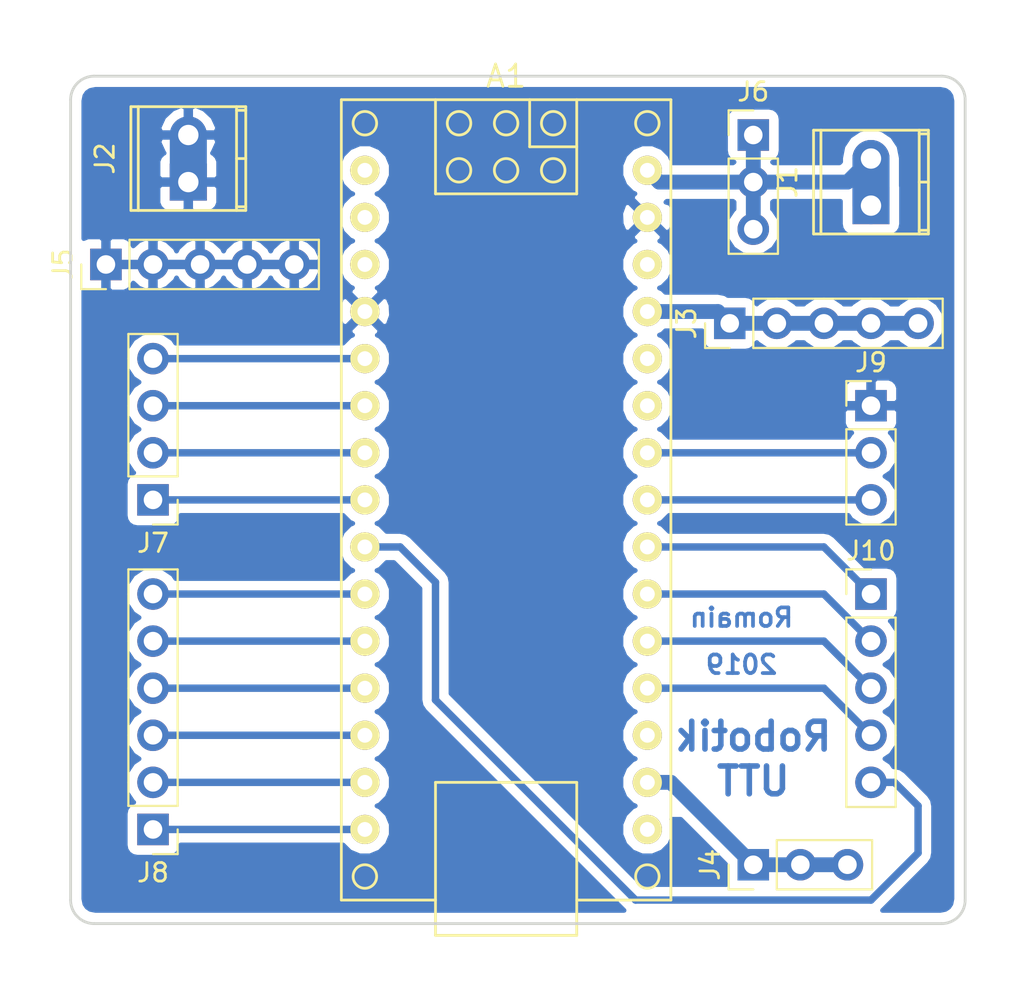
<source format=kicad_pcb>
(kicad_pcb (version 4) (host pcbnew 4.0.7-e2-6376~61~ubuntu18.04.1)

  (general
    (links 39)
    (no_connects 2)
    (area 93.269999 76.759999 141.680001 122.630001)
    (thickness 1.6)
    (drawings 11)
    (tracks 45)
    (zones 0)
    (modules 11)
    (nets 29)
  )

  (page A4)
  (layers
    (0 F.Cu signal)
    (31 B.Cu signal)
    (32 B.Adhes user)
    (33 F.Adhes user)
    (34 B.Paste user)
    (35 F.Paste user)
    (36 B.SilkS user)
    (37 F.SilkS user)
    (38 B.Mask user)
    (39 F.Mask user)
    (40 Dwgs.User user)
    (41 Cmts.User user)
    (42 Eco1.User user)
    (43 Eco2.User user)
    (44 Edge.Cuts user)
    (45 Margin user)
    (46 B.CrtYd user)
    (47 F.CrtYd user)
    (48 B.Fab user)
    (49 F.Fab user)
  )

  (setup
    (last_trace_width 0.8)
    (trace_clearance 0.2)
    (zone_clearance 0.508)
    (zone_45_only no)
    (trace_min 0.2)
    (segment_width 0.2)
    (edge_width 0.15)
    (via_size 0.6)
    (via_drill 0.4)
    (via_min_size 0.4)
    (via_min_drill 0.3)
    (uvia_size 0.3)
    (uvia_drill 0.1)
    (uvias_allowed no)
    (uvia_min_size 0.2)
    (uvia_min_drill 0.1)
    (pcb_text_width 0.3)
    (pcb_text_size 1.5 1.5)
    (mod_edge_width 0.15)
    (mod_text_size 1 1)
    (mod_text_width 0.15)
    (pad_size 1.524 1.524)
    (pad_drill 0.762)
    (pad_to_mask_clearance 0.2)
    (aux_axis_origin 0 0)
    (visible_elements FFFFFF7F)
    (pcbplotparams
      (layerselection 0x01000_80000000)
      (usegerberextensions false)
      (excludeedgelayer true)
      (linewidth 0.100000)
      (plotframeref false)
      (viasonmask false)
      (mode 1)
      (useauxorigin false)
      (hpglpennumber 1)
      (hpglpenspeed 20)
      (hpglpendiameter 15)
      (hpglpenoverlay 2)
      (psnegative false)
      (psa4output false)
      (plotreference true)
      (plotvalue true)
      (plotinvisibletext false)
      (padsonsilk false)
      (subtractmaskfromsilk false)
      (outputformat 1)
      (mirror false)
      (drillshape 0)
      (scaleselection 1)
      (outputdirectory ""))
  )

  (net 0 "")
  (net 1 "Net-(A1-Pad30)")
  (net 2 "Net-(A1-Pad1)")
  (net 3 GND)
  (net 4 "Net-(A1-Pad2)")
  (net 5 "Net-(A1-Pad3)")
  (net 6 "Net-(A1-Pad27)")
  (net 7 "Net-(A1-Pad26)")
  (net 8 "Net-(A1-Pad5)")
  (net 9 "Net-(A1-Pad25)")
  (net 10 "Net-(A1-Pad6)")
  (net 11 "Net-(A1-Pad24)")
  (net 12 "Net-(A1-Pad7)")
  (net 13 "Net-(A1-Pad23)")
  (net 14 "Net-(A1-Pad8)")
  (net 15 "Net-(A1-Pad22)")
  (net 16 "Net-(A1-Pad9)")
  (net 17 "Net-(A1-Pad21)")
  (net 18 "Net-(A1-Pad10)")
  (net 19 "Net-(A1-Pad20)")
  (net 20 "Net-(A1-Pad11)")
  (net 21 "Net-(A1-Pad19)")
  (net 22 "Net-(A1-Pad12)")
  (net 23 "Net-(A1-Pad18)")
  (net 24 "Net-(A1-Pad13)")
  (net 25 "Net-(A1-Pad17)")
  (net 26 "Net-(A1-Pad14)")
  (net 27 "Net-(A1-Pad16)")
  (net 28 "Net-(A1-Pad15)")

  (net_class Default "This is the default net class."
    (clearance 0.2)
    (trace_width 0.8)
    (via_dia 0.6)
    (via_drill 0.4)
    (uvia_dia 0.3)
    (uvia_drill 0.1)
    (add_net GND)
    (add_net "Net-(A1-Pad1)")
    (add_net "Net-(A1-Pad10)")
    (add_net "Net-(A1-Pad11)")
    (add_net "Net-(A1-Pad12)")
    (add_net "Net-(A1-Pad13)")
    (add_net "Net-(A1-Pad14)")
    (add_net "Net-(A1-Pad15)")
    (add_net "Net-(A1-Pad16)")
    (add_net "Net-(A1-Pad17)")
    (add_net "Net-(A1-Pad18)")
    (add_net "Net-(A1-Pad19)")
    (add_net "Net-(A1-Pad2)")
    (add_net "Net-(A1-Pad20)")
    (add_net "Net-(A1-Pad21)")
    (add_net "Net-(A1-Pad22)")
    (add_net "Net-(A1-Pad23)")
    (add_net "Net-(A1-Pad24)")
    (add_net "Net-(A1-Pad25)")
    (add_net "Net-(A1-Pad26)")
    (add_net "Net-(A1-Pad27)")
    (add_net "Net-(A1-Pad3)")
    (add_net "Net-(A1-Pad30)")
    (add_net "Net-(A1-Pad5)")
    (add_net "Net-(A1-Pad6)")
    (add_net "Net-(A1-Pad7)")
    (add_net "Net-(A1-Pad8)")
    (add_net "Net-(A1-Pad9)")
  )

  (module Arduino_nano:arduino_nano (layer F.Cu) (tedit 5998B34A) (tstamp 5C5DAB5B)
    (at 116.84 99.695 270)
    (path /5C5DA47F)
    (fp_text reference A1 (at -22.86 0 360) (layer F.SilkS)
      (effects (font (size 1.2 1.2) (thickness 0.15)))
    )
    (fp_text value Arduino_Nano (at 0 0 270) (layer F.Fab)
      (effects (font (size 1.2 1.2) (thickness 0.15)))
    )
    (fp_line (start 21.59 3.81) (end 21.59 8.89) (layer F.SilkS) (width 0.15))
    (fp_line (start 21.59 -8.89) (end 21.59 -3.81) (layer F.SilkS) (width 0.15))
    (fp_line (start 23.495 -3.81) (end 23.495 3.81) (layer F.SilkS) (width 0.15))
    (fp_line (start 23.495 3.81) (end 15.24 3.81) (layer F.SilkS) (width 0.15))
    (fp_line (start 15.24 3.81) (end 15.24 -3.81) (layer F.SilkS) (width 0.15))
    (fp_line (start 15.24 -3.81) (end 23.495 -3.81) (layer F.SilkS) (width 0.15))
    (fp_circle (center -20.32 0) (end -19.685 0) (layer F.SilkS) (width 0.15))
    (fp_circle (center -20.32 2.54) (end -19.685 2.54) (layer F.SilkS) (width 0.15))
    (fp_circle (center -17.78 2.54) (end -17.145 2.54) (layer F.SilkS) (width 0.15))
    (fp_circle (center -17.78 0) (end -17.145 0) (layer F.SilkS) (width 0.15))
    (fp_circle (center -17.78 -2.54) (end -17.145 -2.54) (layer F.SilkS) (width 0.15))
    (fp_circle (center -20.32 -2.54) (end -20.32 -1.905) (layer F.SilkS) (width 0.15))
    (fp_circle (center 20.32 7.62) (end 20.955 7.62) (layer F.SilkS) (width 0.15))
    (fp_circle (center 20.32 -7.62) (end 20.955 -7.62) (layer F.SilkS) (width 0.15))
    (fp_circle (center -20.32 7.62) (end -19.685 7.62) (layer F.SilkS) (width 0.15))
    (fp_circle (center -20.32 -7.62) (end -19.685 -7.62) (layer F.SilkS) (width 0.15))
    (fp_line (start -19.05 -3.81) (end -19.05 -1.27) (layer F.SilkS) (width 0.15))
    (fp_line (start -19.05 -1.27) (end -21.59 -1.27) (layer F.SilkS) (width 0.15))
    (fp_line (start -16.51 -3.81) (end -21.59 -3.81) (layer F.SilkS) (width 0.15))
    (fp_line (start -21.59 3.81) (end -16.51 3.81) (layer F.SilkS) (width 0.15))
    (fp_line (start -16.51 3.81) (end -16.51 -3.81) (layer F.SilkS) (width 0.15))
    (fp_line (start -21.59 -8.89) (end -21.59 8.89) (layer F.SilkS) (width 0.15))
    (fp_line (start -21.59 8.89) (end 21.59 8.89) (layer F.SilkS) (width 0.15))
    (fp_line (start 21.59 -8.89) (end -21.59 -8.89) (layer F.SilkS) (width 0.15))
    (pad 30 thru_hole circle (at -17.78 -7.62 270) (size 1.5748 1.5748) (drill 0.8) (layers *.Cu *.Mask F.SilkS)
      (net 1 "Net-(A1-Pad30)"))
    (pad 1 thru_hole circle (at -17.78 7.62 270) (size 1.5748 1.5748) (drill 0.8) (layers *.Cu *.Mask F.SilkS)
      (net 2 "Net-(A1-Pad1)"))
    (pad 29 thru_hole circle (at -15.24 -7.62 270) (size 1.5748 1.5748) (drill 0.8) (layers *.Cu *.Mask F.SilkS)
      (net 3 GND))
    (pad 2 thru_hole circle (at -15.24 7.62 270) (size 1.5748 1.5748) (drill 0.8) (layers *.Cu *.Mask F.SilkS)
      (net 4 "Net-(A1-Pad2)"))
    (pad 28 thru_hole circle (at -12.7 -7.62 270) (size 1.5748 1.5748) (drill 0.8) (layers *.Cu *.Mask F.SilkS))
    (pad 3 thru_hole circle (at -12.7 7.62 270) (size 1.5748 1.5748) (drill 0.8) (layers *.Cu *.Mask F.SilkS)
      (net 5 "Net-(A1-Pad3)"))
    (pad 27 thru_hole circle (at -10.16 -7.62 270) (size 1.5748 1.5748) (drill 0.8) (layers *.Cu *.Mask F.SilkS)
      (net 6 "Net-(A1-Pad27)"))
    (pad 4 thru_hole circle (at -10.16 7.62 270) (size 1.5748 1.5748) (drill 0.8) (layers *.Cu *.Mask F.SilkS)
      (net 3 GND))
    (pad 26 thru_hole circle (at -7.62 -7.62 270) (size 1.5748 1.5748) (drill 0.8) (layers *.Cu *.Mask F.SilkS)
      (net 7 "Net-(A1-Pad26)"))
    (pad 5 thru_hole circle (at -7.62 7.62 270) (size 1.5748 1.5748) (drill 0.8) (layers *.Cu *.Mask F.SilkS)
      (net 8 "Net-(A1-Pad5)"))
    (pad 25 thru_hole circle (at -5.08 -7.62 270) (size 1.5748 1.5748) (drill 0.8) (layers *.Cu *.Mask F.SilkS)
      (net 9 "Net-(A1-Pad25)"))
    (pad 6 thru_hole circle (at -5.08 7.62 270) (size 1.5748 1.5748) (drill 0.8) (layers *.Cu *.Mask F.SilkS)
      (net 10 "Net-(A1-Pad6)"))
    (pad 24 thru_hole circle (at -2.54 -7.62 270) (size 1.5748 1.5748) (drill 0.8) (layers *.Cu *.Mask F.SilkS)
      (net 11 "Net-(A1-Pad24)"))
    (pad 7 thru_hole circle (at -2.54 7.62 270) (size 1.5748 1.5748) (drill 0.8) (layers *.Cu *.Mask F.SilkS)
      (net 12 "Net-(A1-Pad7)"))
    (pad 23 thru_hole circle (at 0 -7.62 270) (size 1.5748 1.5748) (drill 0.8) (layers *.Cu *.Mask F.SilkS)
      (net 13 "Net-(A1-Pad23)"))
    (pad 8 thru_hole circle (at 0 7.62 270) (size 1.5748 1.5748) (drill 0.8) (layers *.Cu *.Mask F.SilkS)
      (net 14 "Net-(A1-Pad8)"))
    (pad 22 thru_hole circle (at 2.54 -7.62 270) (size 1.5748 1.5748) (drill 0.8) (layers *.Cu *.Mask F.SilkS)
      (net 15 "Net-(A1-Pad22)"))
    (pad 9 thru_hole circle (at 2.54 7.62 270) (size 1.5748 1.5748) (drill 0.8) (layers *.Cu *.Mask F.SilkS)
      (net 16 "Net-(A1-Pad9)"))
    (pad 21 thru_hole circle (at 5.08 -7.62 270) (size 1.5748 1.5748) (drill 0.8) (layers *.Cu *.Mask F.SilkS)
      (net 17 "Net-(A1-Pad21)"))
    (pad 10 thru_hole circle (at 5.08 7.62 270) (size 1.5748 1.5748) (drill 0.8) (layers *.Cu *.Mask F.SilkS)
      (net 18 "Net-(A1-Pad10)"))
    (pad 20 thru_hole circle (at 7.62 -7.62 270) (size 1.5748 1.5748) (drill 0.8) (layers *.Cu *.Mask F.SilkS)
      (net 19 "Net-(A1-Pad20)"))
    (pad 11 thru_hole circle (at 7.62 7.62 270) (size 1.5748 1.5748) (drill 0.8) (layers *.Cu *.Mask F.SilkS)
      (net 20 "Net-(A1-Pad11)"))
    (pad 19 thru_hole circle (at 10.16 -7.62 270) (size 1.5748 1.5748) (drill 0.8) (layers *.Cu *.Mask F.SilkS)
      (net 21 "Net-(A1-Pad19)"))
    (pad 12 thru_hole circle (at 10.16 7.62 270) (size 1.5748 1.5748) (drill 0.8) (layers *.Cu *.Mask F.SilkS)
      (net 22 "Net-(A1-Pad12)"))
    (pad 18 thru_hole circle (at 12.7 -7.62 270) (size 1.5748 1.5748) (drill 0.8) (layers *.Cu *.Mask F.SilkS)
      (net 23 "Net-(A1-Pad18)"))
    (pad 13 thru_hole circle (at 12.7 7.62 270) (size 1.5748 1.5748) (drill 0.8) (layers *.Cu *.Mask F.SilkS)
      (net 24 "Net-(A1-Pad13)"))
    (pad 17 thru_hole circle (at 15.24 -7.62 270) (size 1.5748 1.5748) (drill 0.8) (layers *.Cu *.Mask F.SilkS)
      (net 25 "Net-(A1-Pad17)"))
    (pad 14 thru_hole circle (at 15.24 7.62 270) (size 1.5748 1.5748) (drill 0.8) (layers *.Cu *.Mask F.SilkS)
      (net 26 "Net-(A1-Pad14)"))
    (pad 16 thru_hole circle (at 17.78 -7.62 270) (size 1.5748 1.5748) (drill 0.8) (layers *.Cu *.Mask F.SilkS)
      (net 27 "Net-(A1-Pad16)"))
    (pad 15 thru_hole circle (at 17.78 7.62 270) (size 1.5748 1.5748) (drill 0.8) (layers *.Cu *.Mask F.SilkS)
      (net 28 "Net-(A1-Pad15)"))
  )

  (module Connectors_Terminal_Blocks:TerminalBlock_Pheonix_MPT-2.54mm_2pol (layer F.Cu) (tedit 0) (tstamp 5C5DAB61)
    (at 136.525 83.82 90)
    (descr "2-way 2.54mm pitch terminal block, Phoenix MPT series")
    (path /5C5DB17B)
    (fp_text reference J1 (at 1.27 -4.50088 90) (layer F.SilkS)
      (effects (font (size 1 1) (thickness 0.15)))
    )
    (fp_text value Screw_Terminal_01x02 (at 1.27 4.50088 90) (layer F.Fab)
      (effects (font (size 1 1) (thickness 0.15)))
    )
    (fp_line (start -1.7 -3.3) (end 4.3 -3.3) (layer F.CrtYd) (width 0.05))
    (fp_line (start -1.7 3.3) (end -1.7 -3.3) (layer F.CrtYd) (width 0.05))
    (fp_line (start 4.3 3.3) (end -1.7 3.3) (layer F.CrtYd) (width 0.05))
    (fp_line (start 4.3 -3.3) (end 4.3 3.3) (layer F.CrtYd) (width 0.05))
    (fp_line (start 4.06908 2.60096) (end -1.52908 2.60096) (layer F.SilkS) (width 0.15))
    (fp_line (start -1.33096 3.0988) (end -1.33096 2.60096) (layer F.SilkS) (width 0.15))
    (fp_line (start 3.87096 2.60096) (end 3.87096 3.0988) (layer F.SilkS) (width 0.15))
    (fp_line (start 1.27 3.0988) (end 1.27 2.60096) (layer F.SilkS) (width 0.15))
    (fp_line (start -1.52908 -2.70002) (end 4.06908 -2.70002) (layer F.SilkS) (width 0.15))
    (fp_line (start -1.52908 3.0988) (end 4.06908 3.0988) (layer F.SilkS) (width 0.15))
    (fp_line (start 4.06908 3.0988) (end 4.06908 -3.0988) (layer F.SilkS) (width 0.15))
    (fp_line (start 4.06908 -3.0988) (end -1.52908 -3.0988) (layer F.SilkS) (width 0.15))
    (fp_line (start -1.52908 -3.0988) (end -1.52908 3.0988) (layer F.SilkS) (width 0.15))
    (pad 2 thru_hole oval (at 2.54 0 90) (size 1.99898 1.99898) (drill 1.09728) (layers *.Cu *.Mask)
      (net 1 "Net-(A1-Pad30)"))
    (pad 1 thru_hole rect (at 0 0 90) (size 1.99898 1.99898) (drill 1.09728) (layers *.Cu *.Mask)
      (net 1 "Net-(A1-Pad30)"))
    (model Terminal_Blocks.3dshapes/TerminalBlock_Pheonix_MPT-2.54mm_2pol.wrl
      (at (xyz 0.05 0 0))
      (scale (xyz 1 1 1))
      (rotate (xyz 0 0 0))
    )
  )

  (module Connectors_Terminal_Blocks:TerminalBlock_Pheonix_MPT-2.54mm_2pol (layer F.Cu) (tedit 0) (tstamp 5C5DAB67)
    (at 99.695 82.55 90)
    (descr "2-way 2.54mm pitch terminal block, Phoenix MPT series")
    (path /5C5DB1FA)
    (fp_text reference J2 (at 1.27 -4.50088 90) (layer F.SilkS)
      (effects (font (size 1 1) (thickness 0.15)))
    )
    (fp_text value Screw_Terminal_01x02 (at 1.27 4.50088 90) (layer F.Fab)
      (effects (font (size 1 1) (thickness 0.15)))
    )
    (fp_line (start -1.7 -3.3) (end 4.3 -3.3) (layer F.CrtYd) (width 0.05))
    (fp_line (start -1.7 3.3) (end -1.7 -3.3) (layer F.CrtYd) (width 0.05))
    (fp_line (start 4.3 3.3) (end -1.7 3.3) (layer F.CrtYd) (width 0.05))
    (fp_line (start 4.3 -3.3) (end 4.3 3.3) (layer F.CrtYd) (width 0.05))
    (fp_line (start 4.06908 2.60096) (end -1.52908 2.60096) (layer F.SilkS) (width 0.15))
    (fp_line (start -1.33096 3.0988) (end -1.33096 2.60096) (layer F.SilkS) (width 0.15))
    (fp_line (start 3.87096 2.60096) (end 3.87096 3.0988) (layer F.SilkS) (width 0.15))
    (fp_line (start 1.27 3.0988) (end 1.27 2.60096) (layer F.SilkS) (width 0.15))
    (fp_line (start -1.52908 -2.70002) (end 4.06908 -2.70002) (layer F.SilkS) (width 0.15))
    (fp_line (start -1.52908 3.0988) (end 4.06908 3.0988) (layer F.SilkS) (width 0.15))
    (fp_line (start 4.06908 3.0988) (end 4.06908 -3.0988) (layer F.SilkS) (width 0.15))
    (fp_line (start 4.06908 -3.0988) (end -1.52908 -3.0988) (layer F.SilkS) (width 0.15))
    (fp_line (start -1.52908 -3.0988) (end -1.52908 3.0988) (layer F.SilkS) (width 0.15))
    (pad 2 thru_hole oval (at 2.54 0 90) (size 1.99898 1.99898) (drill 1.09728) (layers *.Cu *.Mask)
      (net 3 GND))
    (pad 1 thru_hole rect (at 0 0 90) (size 1.99898 1.99898) (drill 1.09728) (layers *.Cu *.Mask)
      (net 3 GND))
    (model Terminal_Blocks.3dshapes/TerminalBlock_Pheonix_MPT-2.54mm_2pol.wrl
      (at (xyz 0.05 0 0))
      (scale (xyz 1 1 1))
      (rotate (xyz 0 0 0))
    )
  )

  (module Pin_Headers:Pin_Header_Straight_1x05_Pitch2.54mm (layer F.Cu) (tedit 59650532) (tstamp 5C5DAB70)
    (at 128.905 90.17 90)
    (descr "Through hole straight pin header, 1x05, 2.54mm pitch, single row")
    (tags "Through hole pin header THT 1x05 2.54mm single row")
    (path /5C5DAA0E)
    (fp_text reference J3 (at 0 -2.33 90) (layer F.SilkS)
      (effects (font (size 1 1) (thickness 0.15)))
    )
    (fp_text value Conn_01x05_Male (at 0 12.49 90) (layer F.Fab)
      (effects (font (size 1 1) (thickness 0.15)))
    )
    (fp_line (start -0.635 -1.27) (end 1.27 -1.27) (layer F.Fab) (width 0.1))
    (fp_line (start 1.27 -1.27) (end 1.27 11.43) (layer F.Fab) (width 0.1))
    (fp_line (start 1.27 11.43) (end -1.27 11.43) (layer F.Fab) (width 0.1))
    (fp_line (start -1.27 11.43) (end -1.27 -0.635) (layer F.Fab) (width 0.1))
    (fp_line (start -1.27 -0.635) (end -0.635 -1.27) (layer F.Fab) (width 0.1))
    (fp_line (start -1.33 11.49) (end 1.33 11.49) (layer F.SilkS) (width 0.12))
    (fp_line (start -1.33 1.27) (end -1.33 11.49) (layer F.SilkS) (width 0.12))
    (fp_line (start 1.33 1.27) (end 1.33 11.49) (layer F.SilkS) (width 0.12))
    (fp_line (start -1.33 1.27) (end 1.33 1.27) (layer F.SilkS) (width 0.12))
    (fp_line (start -1.33 0) (end -1.33 -1.33) (layer F.SilkS) (width 0.12))
    (fp_line (start -1.33 -1.33) (end 0 -1.33) (layer F.SilkS) (width 0.12))
    (fp_line (start -1.8 -1.8) (end -1.8 11.95) (layer F.CrtYd) (width 0.05))
    (fp_line (start -1.8 11.95) (end 1.8 11.95) (layer F.CrtYd) (width 0.05))
    (fp_line (start 1.8 11.95) (end 1.8 -1.8) (layer F.CrtYd) (width 0.05))
    (fp_line (start 1.8 -1.8) (end -1.8 -1.8) (layer F.CrtYd) (width 0.05))
    (fp_text user %R (at 0 5.08 180) (layer F.Fab)
      (effects (font (size 1 1) (thickness 0.15)))
    )
    (pad 1 thru_hole rect (at 0 0 90) (size 1.7 1.7) (drill 1) (layers *.Cu *.Mask)
      (net 6 "Net-(A1-Pad27)"))
    (pad 2 thru_hole oval (at 0 2.54 90) (size 1.7 1.7) (drill 1) (layers *.Cu *.Mask)
      (net 6 "Net-(A1-Pad27)"))
    (pad 3 thru_hole oval (at 0 5.08 90) (size 1.7 1.7) (drill 1) (layers *.Cu *.Mask)
      (net 6 "Net-(A1-Pad27)"))
    (pad 4 thru_hole oval (at 0 7.62 90) (size 1.7 1.7) (drill 1) (layers *.Cu *.Mask)
      (net 6 "Net-(A1-Pad27)"))
    (pad 5 thru_hole oval (at 0 10.16 90) (size 1.7 1.7) (drill 1) (layers *.Cu *.Mask)
      (net 6 "Net-(A1-Pad27)"))
    (model ${KISYS3DMOD}/Pin_Headers.3dshapes/Pin_Header_Straight_1x05_Pitch2.54mm.wrl
      (at (xyz 0 0 0))
      (scale (xyz 1 1 1))
      (rotate (xyz 0 0 0))
    )
  )

  (module Pin_Headers:Pin_Header_Straight_1x03_Pitch2.54mm (layer F.Cu) (tedit 59650532) (tstamp 5C5DAB77)
    (at 130.175 119.38 90)
    (descr "Through hole straight pin header, 1x03, 2.54mm pitch, single row")
    (tags "Through hole pin header THT 1x03 2.54mm single row")
    (path /5C5DAF99)
    (fp_text reference J4 (at 0 -2.33 90) (layer F.SilkS)
      (effects (font (size 1 1) (thickness 0.15)))
    )
    (fp_text value Conn_01x03_Male (at 0 7.41 90) (layer F.Fab)
      (effects (font (size 1 1) (thickness 0.15)))
    )
    (fp_line (start -0.635 -1.27) (end 1.27 -1.27) (layer F.Fab) (width 0.1))
    (fp_line (start 1.27 -1.27) (end 1.27 6.35) (layer F.Fab) (width 0.1))
    (fp_line (start 1.27 6.35) (end -1.27 6.35) (layer F.Fab) (width 0.1))
    (fp_line (start -1.27 6.35) (end -1.27 -0.635) (layer F.Fab) (width 0.1))
    (fp_line (start -1.27 -0.635) (end -0.635 -1.27) (layer F.Fab) (width 0.1))
    (fp_line (start -1.33 6.41) (end 1.33 6.41) (layer F.SilkS) (width 0.12))
    (fp_line (start -1.33 1.27) (end -1.33 6.41) (layer F.SilkS) (width 0.12))
    (fp_line (start 1.33 1.27) (end 1.33 6.41) (layer F.SilkS) (width 0.12))
    (fp_line (start -1.33 1.27) (end 1.33 1.27) (layer F.SilkS) (width 0.12))
    (fp_line (start -1.33 0) (end -1.33 -1.33) (layer F.SilkS) (width 0.12))
    (fp_line (start -1.33 -1.33) (end 0 -1.33) (layer F.SilkS) (width 0.12))
    (fp_line (start -1.8 -1.8) (end -1.8 6.85) (layer F.CrtYd) (width 0.05))
    (fp_line (start -1.8 6.85) (end 1.8 6.85) (layer F.CrtYd) (width 0.05))
    (fp_line (start 1.8 6.85) (end 1.8 -1.8) (layer F.CrtYd) (width 0.05))
    (fp_line (start 1.8 -1.8) (end -1.8 -1.8) (layer F.CrtYd) (width 0.05))
    (fp_text user %R (at 0 2.54 180) (layer F.Fab)
      (effects (font (size 1 1) (thickness 0.15)))
    )
    (pad 1 thru_hole rect (at 0 0 90) (size 1.7 1.7) (drill 1) (layers *.Cu *.Mask)
      (net 25 "Net-(A1-Pad17)"))
    (pad 2 thru_hole oval (at 0 2.54 90) (size 1.7 1.7) (drill 1) (layers *.Cu *.Mask)
      (net 25 "Net-(A1-Pad17)"))
    (pad 3 thru_hole oval (at 0 5.08 90) (size 1.7 1.7) (drill 1) (layers *.Cu *.Mask)
      (net 25 "Net-(A1-Pad17)"))
    (model ${KISYS3DMOD}/Pin_Headers.3dshapes/Pin_Header_Straight_1x03_Pitch2.54mm.wrl
      (at (xyz 0 0 0))
      (scale (xyz 1 1 1))
      (rotate (xyz 0 0 0))
    )
  )

  (module Pin_Headers:Pin_Header_Straight_1x05_Pitch2.54mm (layer F.Cu) (tedit 59650532) (tstamp 5C5DAB80)
    (at 95.25 86.995 90)
    (descr "Through hole straight pin header, 1x05, 2.54mm pitch, single row")
    (tags "Through hole pin header THT 1x05 2.54mm single row")
    (path /5C5DAAFA)
    (fp_text reference J5 (at 0 -2.33 90) (layer F.SilkS)
      (effects (font (size 1 1) (thickness 0.15)))
    )
    (fp_text value Conn_01x05_Male (at 0 12.49 90) (layer F.Fab)
      (effects (font (size 1 1) (thickness 0.15)))
    )
    (fp_line (start -0.635 -1.27) (end 1.27 -1.27) (layer F.Fab) (width 0.1))
    (fp_line (start 1.27 -1.27) (end 1.27 11.43) (layer F.Fab) (width 0.1))
    (fp_line (start 1.27 11.43) (end -1.27 11.43) (layer F.Fab) (width 0.1))
    (fp_line (start -1.27 11.43) (end -1.27 -0.635) (layer F.Fab) (width 0.1))
    (fp_line (start -1.27 -0.635) (end -0.635 -1.27) (layer F.Fab) (width 0.1))
    (fp_line (start -1.33 11.49) (end 1.33 11.49) (layer F.SilkS) (width 0.12))
    (fp_line (start -1.33 1.27) (end -1.33 11.49) (layer F.SilkS) (width 0.12))
    (fp_line (start 1.33 1.27) (end 1.33 11.49) (layer F.SilkS) (width 0.12))
    (fp_line (start -1.33 1.27) (end 1.33 1.27) (layer F.SilkS) (width 0.12))
    (fp_line (start -1.33 0) (end -1.33 -1.33) (layer F.SilkS) (width 0.12))
    (fp_line (start -1.33 -1.33) (end 0 -1.33) (layer F.SilkS) (width 0.12))
    (fp_line (start -1.8 -1.8) (end -1.8 11.95) (layer F.CrtYd) (width 0.05))
    (fp_line (start -1.8 11.95) (end 1.8 11.95) (layer F.CrtYd) (width 0.05))
    (fp_line (start 1.8 11.95) (end 1.8 -1.8) (layer F.CrtYd) (width 0.05))
    (fp_line (start 1.8 -1.8) (end -1.8 -1.8) (layer F.CrtYd) (width 0.05))
    (fp_text user %R (at 0 5.08 180) (layer F.Fab)
      (effects (font (size 1 1) (thickness 0.15)))
    )
    (pad 1 thru_hole rect (at 0 0 90) (size 1.7 1.7) (drill 1) (layers *.Cu *.Mask)
      (net 3 GND))
    (pad 2 thru_hole oval (at 0 2.54 90) (size 1.7 1.7) (drill 1) (layers *.Cu *.Mask)
      (net 3 GND))
    (pad 3 thru_hole oval (at 0 5.08 90) (size 1.7 1.7) (drill 1) (layers *.Cu *.Mask)
      (net 3 GND))
    (pad 4 thru_hole oval (at 0 7.62 90) (size 1.7 1.7) (drill 1) (layers *.Cu *.Mask)
      (net 3 GND))
    (pad 5 thru_hole oval (at 0 10.16 90) (size 1.7 1.7) (drill 1) (layers *.Cu *.Mask)
      (net 3 GND))
    (model ${KISYS3DMOD}/Pin_Headers.3dshapes/Pin_Header_Straight_1x05_Pitch2.54mm.wrl
      (at (xyz 0 0 0))
      (scale (xyz 1 1 1))
      (rotate (xyz 0 0 0))
    )
  )

  (module Pin_Headers:Pin_Header_Straight_1x03_Pitch2.54mm (layer F.Cu) (tedit 59650532) (tstamp 5C5DAB87)
    (at 130.175 80.01)
    (descr "Through hole straight pin header, 1x03, 2.54mm pitch, single row")
    (tags "Through hole pin header THT 1x03 2.54mm single row")
    (path /5C5DADDB)
    (fp_text reference J6 (at 0 -2.33) (layer F.SilkS)
      (effects (font (size 1 1) (thickness 0.15)))
    )
    (fp_text value Conn_01x03_Male (at 0 7.41) (layer F.Fab)
      (effects (font (size 1 1) (thickness 0.15)))
    )
    (fp_line (start -0.635 -1.27) (end 1.27 -1.27) (layer F.Fab) (width 0.1))
    (fp_line (start 1.27 -1.27) (end 1.27 6.35) (layer F.Fab) (width 0.1))
    (fp_line (start 1.27 6.35) (end -1.27 6.35) (layer F.Fab) (width 0.1))
    (fp_line (start -1.27 6.35) (end -1.27 -0.635) (layer F.Fab) (width 0.1))
    (fp_line (start -1.27 -0.635) (end -0.635 -1.27) (layer F.Fab) (width 0.1))
    (fp_line (start -1.33 6.41) (end 1.33 6.41) (layer F.SilkS) (width 0.12))
    (fp_line (start -1.33 1.27) (end -1.33 6.41) (layer F.SilkS) (width 0.12))
    (fp_line (start 1.33 1.27) (end 1.33 6.41) (layer F.SilkS) (width 0.12))
    (fp_line (start -1.33 1.27) (end 1.33 1.27) (layer F.SilkS) (width 0.12))
    (fp_line (start -1.33 0) (end -1.33 -1.33) (layer F.SilkS) (width 0.12))
    (fp_line (start -1.33 -1.33) (end 0 -1.33) (layer F.SilkS) (width 0.12))
    (fp_line (start -1.8 -1.8) (end -1.8 6.85) (layer F.CrtYd) (width 0.05))
    (fp_line (start -1.8 6.85) (end 1.8 6.85) (layer F.CrtYd) (width 0.05))
    (fp_line (start 1.8 6.85) (end 1.8 -1.8) (layer F.CrtYd) (width 0.05))
    (fp_line (start 1.8 -1.8) (end -1.8 -1.8) (layer F.CrtYd) (width 0.05))
    (fp_text user %R (at 0 2.54 90) (layer F.Fab)
      (effects (font (size 1 1) (thickness 0.15)))
    )
    (pad 1 thru_hole rect (at 0 0) (size 1.7 1.7) (drill 1) (layers *.Cu *.Mask)
      (net 1 "Net-(A1-Pad30)"))
    (pad 2 thru_hole oval (at 0 2.54) (size 1.7 1.7) (drill 1) (layers *.Cu *.Mask)
      (net 1 "Net-(A1-Pad30)"))
    (pad 3 thru_hole oval (at 0 5.08) (size 1.7 1.7) (drill 1) (layers *.Cu *.Mask)
      (net 1 "Net-(A1-Pad30)"))
    (model ${KISYS3DMOD}/Pin_Headers.3dshapes/Pin_Header_Straight_1x03_Pitch2.54mm.wrl
      (at (xyz 0 0 0))
      (scale (xyz 1 1 1))
      (rotate (xyz 0 0 0))
    )
  )

  (module Pin_Headers:Pin_Header_Straight_1x04_Pitch2.54mm (layer F.Cu) (tedit 59650532) (tstamp 5C5DAB8F)
    (at 97.79 99.695 180)
    (descr "Through hole straight pin header, 1x04, 2.54mm pitch, single row")
    (tags "Through hole pin header THT 1x04 2.54mm single row")
    (path /5C5DA5EA)
    (fp_text reference J7 (at 0 -2.33 180) (layer F.SilkS)
      (effects (font (size 1 1) (thickness 0.15)))
    )
    (fp_text value Conn_01x04_Male (at 0 9.95 180) (layer F.Fab)
      (effects (font (size 1 1) (thickness 0.15)))
    )
    (fp_line (start -0.635 -1.27) (end 1.27 -1.27) (layer F.Fab) (width 0.1))
    (fp_line (start 1.27 -1.27) (end 1.27 8.89) (layer F.Fab) (width 0.1))
    (fp_line (start 1.27 8.89) (end -1.27 8.89) (layer F.Fab) (width 0.1))
    (fp_line (start -1.27 8.89) (end -1.27 -0.635) (layer F.Fab) (width 0.1))
    (fp_line (start -1.27 -0.635) (end -0.635 -1.27) (layer F.Fab) (width 0.1))
    (fp_line (start -1.33 8.95) (end 1.33 8.95) (layer F.SilkS) (width 0.12))
    (fp_line (start -1.33 1.27) (end -1.33 8.95) (layer F.SilkS) (width 0.12))
    (fp_line (start 1.33 1.27) (end 1.33 8.95) (layer F.SilkS) (width 0.12))
    (fp_line (start -1.33 1.27) (end 1.33 1.27) (layer F.SilkS) (width 0.12))
    (fp_line (start -1.33 0) (end -1.33 -1.33) (layer F.SilkS) (width 0.12))
    (fp_line (start -1.33 -1.33) (end 0 -1.33) (layer F.SilkS) (width 0.12))
    (fp_line (start -1.8 -1.8) (end -1.8 9.4) (layer F.CrtYd) (width 0.05))
    (fp_line (start -1.8 9.4) (end 1.8 9.4) (layer F.CrtYd) (width 0.05))
    (fp_line (start 1.8 9.4) (end 1.8 -1.8) (layer F.CrtYd) (width 0.05))
    (fp_line (start 1.8 -1.8) (end -1.8 -1.8) (layer F.CrtYd) (width 0.05))
    (fp_text user %R (at 0 3.81 270) (layer F.Fab)
      (effects (font (size 1 1) (thickness 0.15)))
    )
    (pad 1 thru_hole rect (at 0 0 180) (size 1.7 1.7) (drill 1) (layers *.Cu *.Mask)
      (net 14 "Net-(A1-Pad8)"))
    (pad 2 thru_hole oval (at 0 2.54 180) (size 1.7 1.7) (drill 1) (layers *.Cu *.Mask)
      (net 12 "Net-(A1-Pad7)"))
    (pad 3 thru_hole oval (at 0 5.08 180) (size 1.7 1.7) (drill 1) (layers *.Cu *.Mask)
      (net 10 "Net-(A1-Pad6)"))
    (pad 4 thru_hole oval (at 0 7.62 180) (size 1.7 1.7) (drill 1) (layers *.Cu *.Mask)
      (net 8 "Net-(A1-Pad5)"))
    (model ${KISYS3DMOD}/Pin_Headers.3dshapes/Pin_Header_Straight_1x04_Pitch2.54mm.wrl
      (at (xyz 0 0 0))
      (scale (xyz 1 1 1))
      (rotate (xyz 0 0 0))
    )
  )

  (module Pin_Headers:Pin_Header_Straight_1x06_Pitch2.54mm (layer F.Cu) (tedit 59650532) (tstamp 5C5DAB99)
    (at 97.79 117.475 180)
    (descr "Through hole straight pin header, 1x06, 2.54mm pitch, single row")
    (tags "Through hole pin header THT 1x06 2.54mm single row")
    (path /5C5DA6AC)
    (fp_text reference J8 (at 0 -2.33 180) (layer F.SilkS)
      (effects (font (size 1 1) (thickness 0.15)))
    )
    (fp_text value Conn_01x06_Male (at 0 15.03 180) (layer F.Fab)
      (effects (font (size 1 1) (thickness 0.15)))
    )
    (fp_line (start -0.635 -1.27) (end 1.27 -1.27) (layer F.Fab) (width 0.1))
    (fp_line (start 1.27 -1.27) (end 1.27 13.97) (layer F.Fab) (width 0.1))
    (fp_line (start 1.27 13.97) (end -1.27 13.97) (layer F.Fab) (width 0.1))
    (fp_line (start -1.27 13.97) (end -1.27 -0.635) (layer F.Fab) (width 0.1))
    (fp_line (start -1.27 -0.635) (end -0.635 -1.27) (layer F.Fab) (width 0.1))
    (fp_line (start -1.33 14.03) (end 1.33 14.03) (layer F.SilkS) (width 0.12))
    (fp_line (start -1.33 1.27) (end -1.33 14.03) (layer F.SilkS) (width 0.12))
    (fp_line (start 1.33 1.27) (end 1.33 14.03) (layer F.SilkS) (width 0.12))
    (fp_line (start -1.33 1.27) (end 1.33 1.27) (layer F.SilkS) (width 0.12))
    (fp_line (start -1.33 0) (end -1.33 -1.33) (layer F.SilkS) (width 0.12))
    (fp_line (start -1.33 -1.33) (end 0 -1.33) (layer F.SilkS) (width 0.12))
    (fp_line (start -1.8 -1.8) (end -1.8 14.5) (layer F.CrtYd) (width 0.05))
    (fp_line (start -1.8 14.5) (end 1.8 14.5) (layer F.CrtYd) (width 0.05))
    (fp_line (start 1.8 14.5) (end 1.8 -1.8) (layer F.CrtYd) (width 0.05))
    (fp_line (start 1.8 -1.8) (end -1.8 -1.8) (layer F.CrtYd) (width 0.05))
    (fp_text user %R (at 0 6.35 270) (layer F.Fab)
      (effects (font (size 1 1) (thickness 0.15)))
    )
    (pad 1 thru_hole rect (at 0 0 180) (size 1.7 1.7) (drill 1) (layers *.Cu *.Mask)
      (net 28 "Net-(A1-Pad15)"))
    (pad 2 thru_hole oval (at 0 2.54 180) (size 1.7 1.7) (drill 1) (layers *.Cu *.Mask)
      (net 26 "Net-(A1-Pad14)"))
    (pad 3 thru_hole oval (at 0 5.08 180) (size 1.7 1.7) (drill 1) (layers *.Cu *.Mask)
      (net 24 "Net-(A1-Pad13)"))
    (pad 4 thru_hole oval (at 0 7.62 180) (size 1.7 1.7) (drill 1) (layers *.Cu *.Mask)
      (net 22 "Net-(A1-Pad12)"))
    (pad 5 thru_hole oval (at 0 10.16 180) (size 1.7 1.7) (drill 1) (layers *.Cu *.Mask)
      (net 20 "Net-(A1-Pad11)"))
    (pad 6 thru_hole oval (at 0 12.7 180) (size 1.7 1.7) (drill 1) (layers *.Cu *.Mask)
      (net 18 "Net-(A1-Pad10)"))
    (model ${KISYS3DMOD}/Pin_Headers.3dshapes/Pin_Header_Straight_1x06_Pitch2.54mm.wrl
      (at (xyz 0 0 0))
      (scale (xyz 1 1 1))
      (rotate (xyz 0 0 0))
    )
  )

  (module Pin_Headers:Pin_Header_Straight_1x03_Pitch2.54mm (layer F.Cu) (tedit 59650532) (tstamp 5C5DABA0)
    (at 136.525 94.615)
    (descr "Through hole straight pin header, 1x03, 2.54mm pitch, single row")
    (tags "Through hole pin header THT 1x03 2.54mm single row")
    (path /5C5DA514)
    (fp_text reference J9 (at 0 -2.33) (layer F.SilkS)
      (effects (font (size 1 1) (thickness 0.15)))
    )
    (fp_text value Conn_01x03_Male (at 0 7.41) (layer F.Fab)
      (effects (font (size 1 1) (thickness 0.15)))
    )
    (fp_line (start -0.635 -1.27) (end 1.27 -1.27) (layer F.Fab) (width 0.1))
    (fp_line (start 1.27 -1.27) (end 1.27 6.35) (layer F.Fab) (width 0.1))
    (fp_line (start 1.27 6.35) (end -1.27 6.35) (layer F.Fab) (width 0.1))
    (fp_line (start -1.27 6.35) (end -1.27 -0.635) (layer F.Fab) (width 0.1))
    (fp_line (start -1.27 -0.635) (end -0.635 -1.27) (layer F.Fab) (width 0.1))
    (fp_line (start -1.33 6.41) (end 1.33 6.41) (layer F.SilkS) (width 0.12))
    (fp_line (start -1.33 1.27) (end -1.33 6.41) (layer F.SilkS) (width 0.12))
    (fp_line (start 1.33 1.27) (end 1.33 6.41) (layer F.SilkS) (width 0.12))
    (fp_line (start -1.33 1.27) (end 1.33 1.27) (layer F.SilkS) (width 0.12))
    (fp_line (start -1.33 0) (end -1.33 -1.33) (layer F.SilkS) (width 0.12))
    (fp_line (start -1.33 -1.33) (end 0 -1.33) (layer F.SilkS) (width 0.12))
    (fp_line (start -1.8 -1.8) (end -1.8 6.85) (layer F.CrtYd) (width 0.05))
    (fp_line (start -1.8 6.85) (end 1.8 6.85) (layer F.CrtYd) (width 0.05))
    (fp_line (start 1.8 6.85) (end 1.8 -1.8) (layer F.CrtYd) (width 0.05))
    (fp_line (start 1.8 -1.8) (end -1.8 -1.8) (layer F.CrtYd) (width 0.05))
    (fp_text user %R (at 0 2.54 90) (layer F.Fab)
      (effects (font (size 1 1) (thickness 0.15)))
    )
    (pad 1 thru_hole rect (at 0 0) (size 1.7 1.7) (drill 1) (layers *.Cu *.Mask)
      (net 3 GND))
    (pad 2 thru_hole oval (at 0 2.54) (size 1.7 1.7) (drill 1) (layers *.Cu *.Mask)
      (net 11 "Net-(A1-Pad24)"))
    (pad 3 thru_hole oval (at 0 5.08) (size 1.7 1.7) (drill 1) (layers *.Cu *.Mask)
      (net 13 "Net-(A1-Pad23)"))
    (model ${KISYS3DMOD}/Pin_Headers.3dshapes/Pin_Header_Straight_1x03_Pitch2.54mm.wrl
      (at (xyz 0 0 0))
      (scale (xyz 1 1 1))
      (rotate (xyz 0 0 0))
    )
  )

  (module Pin_Headers:Pin_Header_Straight_1x05_Pitch2.54mm (layer F.Cu) (tedit 59650532) (tstamp 5C5DABA9)
    (at 136.525 104.775)
    (descr "Through hole straight pin header, 1x05, 2.54mm pitch, single row")
    (tags "Through hole pin header THT 1x05 2.54mm single row")
    (path /5C5DB54E)
    (fp_text reference J10 (at 0 -2.33) (layer F.SilkS)
      (effects (font (size 1 1) (thickness 0.15)))
    )
    (fp_text value Conn_01x05_Male (at 0 12.49) (layer F.Fab)
      (effects (font (size 1 1) (thickness 0.15)))
    )
    (fp_line (start -0.635 -1.27) (end 1.27 -1.27) (layer F.Fab) (width 0.1))
    (fp_line (start 1.27 -1.27) (end 1.27 11.43) (layer F.Fab) (width 0.1))
    (fp_line (start 1.27 11.43) (end -1.27 11.43) (layer F.Fab) (width 0.1))
    (fp_line (start -1.27 11.43) (end -1.27 -0.635) (layer F.Fab) (width 0.1))
    (fp_line (start -1.27 -0.635) (end -0.635 -1.27) (layer F.Fab) (width 0.1))
    (fp_line (start -1.33 11.49) (end 1.33 11.49) (layer F.SilkS) (width 0.12))
    (fp_line (start -1.33 1.27) (end -1.33 11.49) (layer F.SilkS) (width 0.12))
    (fp_line (start 1.33 1.27) (end 1.33 11.49) (layer F.SilkS) (width 0.12))
    (fp_line (start -1.33 1.27) (end 1.33 1.27) (layer F.SilkS) (width 0.12))
    (fp_line (start -1.33 0) (end -1.33 -1.33) (layer F.SilkS) (width 0.12))
    (fp_line (start -1.33 -1.33) (end 0 -1.33) (layer F.SilkS) (width 0.12))
    (fp_line (start -1.8 -1.8) (end -1.8 11.95) (layer F.CrtYd) (width 0.05))
    (fp_line (start -1.8 11.95) (end 1.8 11.95) (layer F.CrtYd) (width 0.05))
    (fp_line (start 1.8 11.95) (end 1.8 -1.8) (layer F.CrtYd) (width 0.05))
    (fp_line (start 1.8 -1.8) (end -1.8 -1.8) (layer F.CrtYd) (width 0.05))
    (fp_text user %R (at 0 5.08 90) (layer F.Fab)
      (effects (font (size 1 1) (thickness 0.15)))
    )
    (pad 1 thru_hole rect (at 0 0) (size 1.7 1.7) (drill 1) (layers *.Cu *.Mask)
      (net 15 "Net-(A1-Pad22)"))
    (pad 2 thru_hole oval (at 0 2.54) (size 1.7 1.7) (drill 1) (layers *.Cu *.Mask)
      (net 17 "Net-(A1-Pad21)"))
    (pad 3 thru_hole oval (at 0 5.08) (size 1.7 1.7) (drill 1) (layers *.Cu *.Mask)
      (net 19 "Net-(A1-Pad20)"))
    (pad 4 thru_hole oval (at 0 7.62) (size 1.7 1.7) (drill 1) (layers *.Cu *.Mask)
      (net 21 "Net-(A1-Pad19)"))
    (pad 5 thru_hole oval (at 0 10.16) (size 1.7 1.7) (drill 1) (layers *.Cu *.Mask)
      (net 16 "Net-(A1-Pad9)"))
    (model ${KISYS3DMOD}/Pin_Headers.3dshapes/Pin_Header_Straight_1x05_Pitch2.54mm.wrl
      (at (xyz 0 0 0))
      (scale (xyz 1 1 1))
      (rotate (xyz 0 0 0))
    )
  )

  (gr_text 2019 (at 129.54 108.585) (layer B.Cu)
    (effects (font (size 1 1) (thickness 0.2)) (justify mirror))
  )
  (gr_text Romain (at 129.54 106.045) (layer B.Cu)
    (effects (font (size 1 1) (thickness 0.2)) (justify mirror))
  )
  (gr_text "Robotik\nUTT" (at 130.175 113.665) (layer B.Cu)
    (effects (font (size 1.5 1.5) (thickness 0.3)) (justify mirror))
  )
  (gr_arc (start 94.615 121.285) (end 94.615 122.555) (angle 90) (layer Edge.Cuts) (width 0.15))
  (gr_arc (start 140.335 121.285) (end 141.605 121.285) (angle 90) (layer Edge.Cuts) (width 0.15))
  (gr_line (start 141.605 121.285) (end 141.605 78.105) (angle 90) (layer Edge.Cuts) (width 0.15))
  (gr_line (start 93.345 121.285) (end 93.345 78.105) (angle 90) (layer Edge.Cuts) (width 0.15))
  (gr_line (start 140.335 122.555) (end 94.615 122.555) (angle 90) (layer Edge.Cuts) (width 0.15))
  (gr_arc (start 140.335 78.105) (end 140.335 76.835) (angle 90) (layer Edge.Cuts) (width 0.15))
  (gr_arc (start 94.615 78.105) (end 93.345 78.105) (angle 90) (layer Edge.Cuts) (width 0.15))
  (gr_line (start 94.615 76.835) (end 140.335 76.835) (angle 90) (layer Edge.Cuts) (width 0.15))

  (segment (start 130.175 82.55) (end 135.255 82.55) (width 0.8) (layer B.Cu) (net 1))
  (segment (start 135.255 82.55) (end 136.525 81.28) (width 0.8) (layer B.Cu) (net 1) (tstamp 5C5DB362))
  (segment (start 136.525 81.28) (end 136.525 83.82) (width 2) (layer B.Cu) (net 1))
  (segment (start 130.175 82.55) (end 125.095 82.55) (width 0.8) (layer B.Cu) (net 1))
  (segment (start 125.095 82.55) (end 124.46 81.915) (width 0.8) (layer B.Cu) (net 1) (tstamp 5C5DB325))
  (segment (start 130.175 82.55) (end 130.175 80.01) (width 0.8) (layer B.Cu) (net 1))
  (segment (start 130.175 82.55) (end 130.175 85.09) (width 0.8) (layer B.Cu) (net 1) (tstamp 5C5DB31D))
  (segment (start 99.695 80.01) (end 99.695 82.55) (width 2) (layer B.Cu) (net 3))
  (segment (start 124.46 89.535) (end 128.27 89.535) (width 0.8) (layer B.Cu) (net 6))
  (segment (start 128.27 89.535) (end 128.905 90.17) (width 0.8) (layer B.Cu) (net 6) (tstamp 5C5DB316))
  (segment (start 128.905 90.17) (end 133.985 90.17) (width 0.8) (layer B.Cu) (net 6) (tstamp 5C5DB317))
  (segment (start 133.985 90.17) (end 136.525 90.17) (width 0.8) (layer B.Cu) (net 6) (tstamp 5C5DB318))
  (segment (start 136.525 90.17) (end 139.065 90.17) (width 0.8) (layer B.Cu) (net 6) (tstamp 5C5DB319))
  (segment (start 97.79 92.075) (end 109.22 92.075) (width 0.4) (layer B.Cu) (net 8))
  (segment (start 97.79 94.615) (end 109.22 94.615) (width 0.4) (layer B.Cu) (net 10))
  (segment (start 124.46 97.155) (end 136.525 97.155) (width 0.4) (layer B.Cu) (net 11))
  (segment (start 109.22 97.155) (end 97.79 97.155) (width 0.4) (layer B.Cu) (net 12))
  (segment (start 124.46 99.695) (end 136.525 99.695) (width 0.4) (layer B.Cu) (net 13))
  (segment (start 97.79 99.695) (end 109.22 99.695) (width 0.4) (layer B.Cu) (net 14))
  (segment (start 124.46 102.235) (end 133.985 102.235) (width 0.4) (layer B.Cu) (net 15))
  (segment (start 133.985 102.235) (end 136.525 104.775) (width 0.4) (layer B.Cu) (net 15) (tstamp 5C5DB300))
  (segment (start 136.525 114.935) (end 137.795 114.935) (width 0.4) (layer B.Cu) (net 16))
  (segment (start 111.125 102.235) (end 109.22 102.235) (width 0.4) (layer B.Cu) (net 16) (tstamp 5C5DB346))
  (segment (start 113.03 104.14) (end 111.125 102.235) (width 0.4) (layer B.Cu) (net 16) (tstamp 5C5DB344))
  (segment (start 113.03 110.49) (end 113.03 104.14) (width 0.4) (layer B.Cu) (net 16) (tstamp 5C5DB342))
  (segment (start 123.825 121.285) (end 113.03 110.49) (width 0.4) (layer B.Cu) (net 16) (tstamp 5C5DB340))
  (segment (start 136.525 121.285) (end 123.825 121.285) (width 0.4) (layer B.Cu) (net 16) (tstamp 5C5DB33E))
  (segment (start 139.065 118.745) (end 136.525 121.285) (width 0.4) (layer B.Cu) (net 16) (tstamp 5C5DB33C))
  (segment (start 139.065 116.205) (end 139.065 118.745) (width 0.4) (layer B.Cu) (net 16) (tstamp 5C5DB33B))
  (segment (start 137.795 114.935) (end 139.065 116.205) (width 0.4) (layer B.Cu) (net 16) (tstamp 5C5DB33A))
  (segment (start 124.46 104.775) (end 133.985 104.775) (width 0.4) (layer B.Cu) (net 17))
  (segment (start 133.985 104.775) (end 136.525 107.315) (width 0.4) (layer B.Cu) (net 17) (tstamp 5C5DB304))
  (segment (start 97.79 104.775) (end 109.22 104.775) (width 0.4) (layer B.Cu) (net 18))
  (segment (start 124.46 107.315) (end 133.985 107.315) (width 0.4) (layer B.Cu) (net 19))
  (segment (start 133.985 107.315) (end 136.525 109.855) (width 0.4) (layer B.Cu) (net 19) (tstamp 5C5DB309))
  (segment (start 109.22 107.315) (end 97.79 107.315) (width 0.4) (layer B.Cu) (net 20))
  (segment (start 124.46 109.855) (end 133.985 109.855) (width 0.4) (layer B.Cu) (net 21))
  (segment (start 133.985 109.855) (end 136.525 112.395) (width 0.4) (layer B.Cu) (net 21) (tstamp 5C5DB30E))
  (segment (start 97.79 109.855) (end 109.22 109.855) (width 0.4) (layer B.Cu) (net 22))
  (segment (start 109.22 112.395) (end 97.79 112.395) (width 0.4) (layer B.Cu) (net 24))
  (segment (start 124.46 114.935) (end 125.73 114.935) (width 0.8) (layer B.Cu) (net 25))
  (segment (start 125.73 114.935) (end 130.175 119.38) (width 0.8) (layer B.Cu) (net 25) (tstamp 5C5DB312))
  (segment (start 130.175 119.38) (end 135.255 119.38) (width 0.8) (layer B.Cu) (net 25) (tstamp 5C5DB313))
  (segment (start 97.79 114.935) (end 109.22 114.935) (width 0.4) (layer B.Cu) (net 26))
  (segment (start 109.22 117.475) (end 97.79 117.475) (width 0.4) (layer B.Cu) (net 28))

  (zone (net 3) (net_name GND) (layer B.Cu) (tstamp 5C5DB35F) (hatch edge 0.508)
    (connect_pads (clearance 0.508))
    (min_thickness 0.254)
    (fill yes (arc_segments 16) (thermal_gap 0.508) (thermal_bridge_width 0.508))
    (polygon
      (pts
        (xy 144.78 125.73) (xy 89.535 125.095) (xy 89.535 73.66) (xy 144.145 73.66)
      )
    )
    (filled_polygon
      (pts
        (xy 140.543979 77.600478) (xy 140.721145 77.718856) (xy 140.839521 77.896019) (xy 140.895 78.174931) (xy 140.895 121.215069)
        (xy 140.839521 121.493981) (xy 140.721145 121.671144) (xy 140.543979 121.789522) (xy 140.26507 121.845) (xy 137.145868 121.845)
        (xy 139.655434 119.335434) (xy 139.836439 119.064541) (xy 139.9 118.745) (xy 139.9 116.205) (xy 139.836439 115.885459)
        (xy 139.655434 115.614566) (xy 138.385434 114.344566) (xy 138.114541 114.163561) (xy 137.795 114.1) (xy 137.747841 114.1)
        (xy 137.604147 113.884946) (xy 137.274974 113.665) (xy 137.604147 113.445054) (xy 137.926054 112.963285) (xy 138.039093 112.395)
        (xy 137.926054 111.826715) (xy 137.604147 111.344946) (xy 137.274974 111.125) (xy 137.604147 110.905054) (xy 137.926054 110.423285)
        (xy 138.039093 109.855) (xy 137.926054 109.286715) (xy 137.604147 108.804946) (xy 137.274974 108.585) (xy 137.604147 108.365054)
        (xy 137.926054 107.883285) (xy 138.039093 107.315) (xy 137.926054 106.746715) (xy 137.604147 106.264946) (xy 137.562548 106.23715)
        (xy 137.610317 106.228162) (xy 137.826441 106.08909) (xy 137.971431 105.87689) (xy 138.02244 105.625) (xy 138.02244 103.925)
        (xy 137.978162 103.689683) (xy 137.83909 103.473559) (xy 137.62689 103.328569) (xy 137.375 103.27756) (xy 136.208428 103.27756)
        (xy 134.575434 101.644566) (xy 134.304541 101.463561) (xy 133.985 101.4) (xy 125.63628 101.4) (xy 125.266777 101.029851)
        (xy 125.11086 100.965109) (xy 125.264672 100.901555) (xy 125.636877 100.53) (xy 135.302159 100.53) (xy 135.445853 100.745054)
        (xy 135.927622 101.066961) (xy 136.495907 101.18) (xy 136.554093 101.18) (xy 137.122378 101.066961) (xy 137.604147 100.745054)
        (xy 137.926054 100.263285) (xy 138.039093 99.695) (xy 137.926054 99.126715) (xy 137.604147 98.644946) (xy 137.274974 98.425)
        (xy 137.604147 98.205054) (xy 137.926054 97.723285) (xy 138.039093 97.155) (xy 137.926054 96.586715) (xy 137.604147 96.104946)
        (xy 137.560223 96.075597) (xy 137.734698 96.003327) (xy 137.913327 95.824699) (xy 138.01 95.59131) (xy 138.01 94.90075)
        (xy 137.85125 94.742) (xy 136.652 94.742) (xy 136.652 94.762) (xy 136.398 94.762) (xy 136.398 94.742)
        (xy 135.19875 94.742) (xy 135.04 94.90075) (xy 135.04 95.59131) (xy 135.136673 95.824699) (xy 135.315302 96.003327)
        (xy 135.489777 96.075597) (xy 135.445853 96.104946) (xy 135.302159 96.32) (xy 125.63628 96.32) (xy 125.266777 95.949851)
        (xy 125.11086 95.885109) (xy 125.264672 95.821555) (xy 125.665149 95.421777) (xy 125.882152 94.899174) (xy 125.882646 94.333309)
        (xy 125.666555 93.810328) (xy 125.495217 93.63869) (xy 135.04 93.63869) (xy 135.04 94.32925) (xy 135.19875 94.488)
        (xy 136.398 94.488) (xy 136.398 93.28875) (xy 136.652 93.28875) (xy 136.652 94.488) (xy 137.85125 94.488)
        (xy 138.01 94.32925) (xy 138.01 93.63869) (xy 137.913327 93.405301) (xy 137.734698 93.226673) (xy 137.501309 93.13)
        (xy 136.81075 93.13) (xy 136.652 93.28875) (xy 136.398 93.28875) (xy 136.23925 93.13) (xy 135.548691 93.13)
        (xy 135.315302 93.226673) (xy 135.136673 93.405301) (xy 135.04 93.63869) (xy 125.495217 93.63869) (xy 125.266777 93.409851)
        (xy 125.11086 93.345109) (xy 125.264672 93.281555) (xy 125.665149 92.881777) (xy 125.882152 92.359174) (xy 125.882646 91.793309)
        (xy 125.666555 91.270328) (xy 125.266777 90.869851) (xy 125.11086 90.805109) (xy 125.264672 90.741555) (xy 125.436527 90.57)
        (xy 127.40756 90.57) (xy 127.40756 91.02) (xy 127.451838 91.255317) (xy 127.59091 91.471441) (xy 127.80311 91.616431)
        (xy 128.055 91.66744) (xy 129.755 91.66744) (xy 129.990317 91.623162) (xy 130.206441 91.48409) (xy 130.351431 91.27189)
        (xy 130.364977 91.205) (xy 130.365448 91.205) (xy 130.394946 91.249147) (xy 130.876715 91.571054) (xy 131.445 91.684093)
        (xy 132.013285 91.571054) (xy 132.495054 91.249147) (xy 132.524552 91.205) (xy 132.905448 91.205) (xy 132.934946 91.249147)
        (xy 133.416715 91.571054) (xy 133.985 91.684093) (xy 134.553285 91.571054) (xy 135.035054 91.249147) (xy 135.064552 91.205)
        (xy 135.445448 91.205) (xy 135.474946 91.249147) (xy 135.956715 91.571054) (xy 136.525 91.684093) (xy 137.093285 91.571054)
        (xy 137.575054 91.249147) (xy 137.604552 91.205) (xy 137.985448 91.205) (xy 138.014946 91.249147) (xy 138.496715 91.571054)
        (xy 139.065 91.684093) (xy 139.633285 91.571054) (xy 140.115054 91.249147) (xy 140.436961 90.767378) (xy 140.55 90.199093)
        (xy 140.55 90.140907) (xy 140.436961 89.572622) (xy 140.115054 89.090853) (xy 139.633285 88.768946) (xy 139.065 88.655907)
        (xy 138.496715 88.768946) (xy 138.014946 89.090853) (xy 137.985448 89.135) (xy 137.604552 89.135) (xy 137.575054 89.090853)
        (xy 137.093285 88.768946) (xy 136.525 88.655907) (xy 135.956715 88.768946) (xy 135.474946 89.090853) (xy 135.445448 89.135)
        (xy 135.064552 89.135) (xy 135.035054 89.090853) (xy 134.553285 88.768946) (xy 133.985 88.655907) (xy 133.416715 88.768946)
        (xy 132.934946 89.090853) (xy 132.905448 89.135) (xy 132.524552 89.135) (xy 132.495054 89.090853) (xy 132.013285 88.768946)
        (xy 131.445 88.655907) (xy 130.876715 88.768946) (xy 130.394946 89.090853) (xy 130.36715 89.132452) (xy 130.358162 89.084683)
        (xy 130.21909 88.868559) (xy 130.00689 88.723569) (xy 129.755 88.67256) (xy 128.806422 88.67256) (xy 128.666077 88.578785)
        (xy 128.27 88.499999) (xy 128.269995 88.5) (xy 125.436629 88.5) (xy 125.266777 88.329851) (xy 125.11086 88.265109)
        (xy 125.264672 88.201555) (xy 125.665149 87.801777) (xy 125.882152 87.279174) (xy 125.882646 86.713309) (xy 125.666555 86.190328)
        (xy 125.266777 85.789851) (xy 125.126422 85.731571) (xy 125.206425 85.698432) (xy 125.279011 85.453617) (xy 124.46 84.634605)
        (xy 123.640989 85.453617) (xy 123.713575 85.698432) (xy 123.799024 85.729071) (xy 123.655328 85.788445) (xy 123.254851 86.188223)
        (xy 123.037848 86.710826) (xy 123.037354 87.276691) (xy 123.253445 87.799672) (xy 123.653223 88.200149) (xy 123.80914 88.264891)
        (xy 123.655328 88.328445) (xy 123.254851 88.728223) (xy 123.037848 89.250826) (xy 123.037354 89.816691) (xy 123.253445 90.339672)
        (xy 123.653223 90.740149) (xy 123.80914 90.804891) (xy 123.655328 90.868445) (xy 123.254851 91.268223) (xy 123.037848 91.790826)
        (xy 123.037354 92.356691) (xy 123.253445 92.879672) (xy 123.653223 93.280149) (xy 123.80914 93.344891) (xy 123.655328 93.408445)
        (xy 123.254851 93.808223) (xy 123.037848 94.330826) (xy 123.037354 94.896691) (xy 123.253445 95.419672) (xy 123.653223 95.820149)
        (xy 123.80914 95.884891) (xy 123.655328 95.948445) (xy 123.254851 96.348223) (xy 123.037848 96.870826) (xy 123.037354 97.436691)
        (xy 123.253445 97.959672) (xy 123.653223 98.360149) (xy 123.80914 98.424891) (xy 123.655328 98.488445) (xy 123.254851 98.888223)
        (xy 123.037848 99.410826) (xy 123.037354 99.976691) (xy 123.253445 100.499672) (xy 123.653223 100.900149) (xy 123.80914 100.964891)
        (xy 123.655328 101.028445) (xy 123.254851 101.428223) (xy 123.037848 101.950826) (xy 123.037354 102.516691) (xy 123.253445 103.039672)
        (xy 123.653223 103.440149) (xy 123.80914 103.504891) (xy 123.655328 103.568445) (xy 123.254851 103.968223) (xy 123.037848 104.490826)
        (xy 123.037354 105.056691) (xy 123.253445 105.579672) (xy 123.653223 105.980149) (xy 123.80914 106.044891) (xy 123.655328 106.108445)
        (xy 123.254851 106.508223) (xy 123.037848 107.030826) (xy 123.037354 107.596691) (xy 123.253445 108.119672) (xy 123.653223 108.520149)
        (xy 123.80914 108.584891) (xy 123.655328 108.648445) (xy 123.254851 109.048223) (xy 123.037848 109.570826) (xy 123.037354 110.136691)
        (xy 123.253445 110.659672) (xy 123.653223 111.060149) (xy 123.80914 111.124891) (xy 123.655328 111.188445) (xy 123.254851 111.588223)
        (xy 123.037848 112.110826) (xy 123.037354 112.676691) (xy 123.253445 113.199672) (xy 123.653223 113.600149) (xy 123.80914 113.664891)
        (xy 123.655328 113.728445) (xy 123.254851 114.128223) (xy 123.037848 114.650826) (xy 123.037354 115.216691) (xy 123.253445 115.739672)
        (xy 123.653223 116.140149) (xy 123.80914 116.204891) (xy 123.655328 116.268445) (xy 123.254851 116.668223) (xy 123.037848 117.190826)
        (xy 123.037354 117.756691) (xy 123.253445 118.279672) (xy 123.653223 118.680149) (xy 124.175826 118.897152) (xy 124.741691 118.897646)
        (xy 125.264672 118.681555) (xy 125.665149 118.281777) (xy 125.882152 117.759174) (xy 125.882646 117.193309) (xy 125.771783 116.925)
        (xy 126.256288 116.925) (xy 128.67756 119.346271) (xy 128.67756 120.23) (xy 128.718956 120.45) (xy 124.170868 120.45)
        (xy 113.865 110.144132) (xy 113.865 104.14) (xy 113.801439 103.820459) (xy 113.620434 103.549566) (xy 111.715434 101.644566)
        (xy 111.444541 101.463561) (xy 111.125 101.4) (xy 110.39628 101.4) (xy 110.026777 101.029851) (xy 109.87086 100.965109)
        (xy 110.024672 100.901555) (xy 110.425149 100.501777) (xy 110.642152 99.979174) (xy 110.642646 99.413309) (xy 110.426555 98.890328)
        (xy 110.026777 98.489851) (xy 109.87086 98.425109) (xy 110.024672 98.361555) (xy 110.425149 97.961777) (xy 110.642152 97.439174)
        (xy 110.642646 96.873309) (xy 110.426555 96.350328) (xy 110.026777 95.949851) (xy 109.87086 95.885109) (xy 110.024672 95.821555)
        (xy 110.425149 95.421777) (xy 110.642152 94.899174) (xy 110.642646 94.333309) (xy 110.426555 93.810328) (xy 110.026777 93.409851)
        (xy 109.87086 93.345109) (xy 110.024672 93.281555) (xy 110.425149 92.881777) (xy 110.642152 92.359174) (xy 110.642646 91.793309)
        (xy 110.426555 91.270328) (xy 110.026777 90.869851) (xy 109.886422 90.811571) (xy 109.966425 90.778432) (xy 110.039011 90.533617)
        (xy 109.22 89.714605) (xy 108.400989 90.533617) (xy 108.473575 90.778432) (xy 108.559024 90.809071) (xy 108.415328 90.868445)
        (xy 108.043123 91.24) (xy 99.012841 91.24) (xy 98.869147 91.024946) (xy 98.387378 90.703039) (xy 97.819093 90.59)
        (xy 97.760907 90.59) (xy 97.192622 90.703039) (xy 96.710853 91.024946) (xy 96.388946 91.506715) (xy 96.275907 92.075)
        (xy 96.388946 92.643285) (xy 96.710853 93.125054) (xy 97.040026 93.345) (xy 96.710853 93.564946) (xy 96.388946 94.046715)
        (xy 96.275907 94.615) (xy 96.388946 95.183285) (xy 96.710853 95.665054) (xy 97.040026 95.885) (xy 96.710853 96.104946)
        (xy 96.388946 96.586715) (xy 96.275907 97.155) (xy 96.388946 97.723285) (xy 96.710853 98.205054) (xy 96.752452 98.23285)
        (xy 96.704683 98.241838) (xy 96.488559 98.38091) (xy 96.343569 98.59311) (xy 96.29256 98.845) (xy 96.29256 100.545)
        (xy 96.336838 100.780317) (xy 96.47591 100.996441) (xy 96.68811 101.141431) (xy 96.94 101.19244) (xy 98.64 101.19244)
        (xy 98.875317 101.148162) (xy 99.091441 101.00909) (xy 99.236431 100.79689) (xy 99.28744 100.545) (xy 99.28744 100.53)
        (xy 108.04372 100.53) (xy 108.413223 100.900149) (xy 108.56914 100.964891) (xy 108.415328 101.028445) (xy 108.014851 101.428223)
        (xy 107.797848 101.950826) (xy 107.797354 102.516691) (xy 108.013445 103.039672) (xy 108.413223 103.440149) (xy 108.56914 103.504891)
        (xy 108.415328 103.568445) (xy 108.043123 103.94) (xy 99.012841 103.94) (xy 98.869147 103.724946) (xy 98.387378 103.403039)
        (xy 97.819093 103.29) (xy 97.760907 103.29) (xy 97.192622 103.403039) (xy 96.710853 103.724946) (xy 96.388946 104.206715)
        (xy 96.275907 104.775) (xy 96.388946 105.343285) (xy 96.710853 105.825054) (xy 97.040026 106.045) (xy 96.710853 106.264946)
        (xy 96.388946 106.746715) (xy 96.275907 107.315) (xy 96.388946 107.883285) (xy 96.710853 108.365054) (xy 97.040026 108.585)
        (xy 96.710853 108.804946) (xy 96.388946 109.286715) (xy 96.275907 109.855) (xy 96.388946 110.423285) (xy 96.710853 110.905054)
        (xy 97.040026 111.125) (xy 96.710853 111.344946) (xy 96.388946 111.826715) (xy 96.275907 112.395) (xy 96.388946 112.963285)
        (xy 96.710853 113.445054) (xy 97.040026 113.665) (xy 96.710853 113.884946) (xy 96.388946 114.366715) (xy 96.275907 114.935)
        (xy 96.388946 115.503285) (xy 96.710853 115.985054) (xy 96.752452 116.01285) (xy 96.704683 116.021838) (xy 96.488559 116.16091)
        (xy 96.343569 116.37311) (xy 96.29256 116.625) (xy 96.29256 118.325) (xy 96.336838 118.560317) (xy 96.47591 118.776441)
        (xy 96.68811 118.921431) (xy 96.94 118.97244) (xy 98.64 118.97244) (xy 98.875317 118.928162) (xy 99.091441 118.78909)
        (xy 99.236431 118.57689) (xy 99.28744 118.325) (xy 99.28744 118.31) (xy 108.04372 118.31) (xy 108.413223 118.680149)
        (xy 108.935826 118.897152) (xy 109.501691 118.897646) (xy 110.024672 118.681555) (xy 110.425149 118.281777) (xy 110.642152 117.759174)
        (xy 110.642646 117.193309) (xy 110.426555 116.670328) (xy 110.026777 116.269851) (xy 109.87086 116.205109) (xy 110.024672 116.141555)
        (xy 110.425149 115.741777) (xy 110.642152 115.219174) (xy 110.642646 114.653309) (xy 110.426555 114.130328) (xy 110.026777 113.729851)
        (xy 109.87086 113.665109) (xy 110.024672 113.601555) (xy 110.425149 113.201777) (xy 110.642152 112.679174) (xy 110.642646 112.113309)
        (xy 110.426555 111.590328) (xy 110.026777 111.189851) (xy 109.87086 111.125109) (xy 110.024672 111.061555) (xy 110.425149 110.661777)
        (xy 110.642152 110.139174) (xy 110.642646 109.573309) (xy 110.426555 109.050328) (xy 110.026777 108.649851) (xy 109.87086 108.585109)
        (xy 110.024672 108.521555) (xy 110.425149 108.121777) (xy 110.642152 107.599174) (xy 110.642646 107.033309) (xy 110.426555 106.510328)
        (xy 110.026777 106.109851) (xy 109.87086 106.045109) (xy 110.024672 105.981555) (xy 110.425149 105.581777) (xy 110.642152 105.059174)
        (xy 110.642646 104.493309) (xy 110.426555 103.970328) (xy 110.026777 103.569851) (xy 109.87086 103.505109) (xy 110.024672 103.441555)
        (xy 110.396877 103.07) (xy 110.779132 103.07) (xy 112.195 104.485868) (xy 112.195 110.49) (xy 112.258561 110.809541)
        (xy 112.401216 111.023039) (xy 112.439566 111.080434) (xy 123.204132 121.845) (xy 94.684931 121.845) (xy 94.406019 121.789521)
        (xy 94.228856 121.671145) (xy 94.110478 121.493979) (xy 94.055 121.21507) (xy 94.055 89.321235) (xy 107.785574 89.321235)
        (xy 107.812959 89.886438) (xy 107.976568 90.281425) (xy 108.221383 90.354011) (xy 109.040395 89.535) (xy 109.399605 89.535)
        (xy 110.218617 90.354011) (xy 110.463432 90.281425) (xy 110.654426 89.748765) (xy 110.627041 89.183562) (xy 110.463432 88.788575)
        (xy 110.218617 88.715989) (xy 109.399605 89.535) (xy 109.040395 89.535) (xy 108.221383 88.715989) (xy 107.976568 88.788575)
        (xy 107.785574 89.321235) (xy 94.055 89.321235) (xy 94.055 88.389416) (xy 94.27369 88.48) (xy 94.96425 88.48)
        (xy 95.123 88.32125) (xy 95.123 87.122) (xy 95.377 87.122) (xy 95.377 88.32125) (xy 95.53575 88.48)
        (xy 96.22631 88.48) (xy 96.459699 88.383327) (xy 96.638327 88.204698) (xy 96.725136 87.995122) (xy 97.023076 88.266645)
        (xy 97.43311 88.436476) (xy 97.663 88.315155) (xy 97.663 87.122) (xy 97.917 87.122) (xy 97.917 88.315155)
        (xy 98.14689 88.436476) (xy 98.556924 88.266645) (xy 98.985183 87.876358) (xy 99.06 87.717046) (xy 99.134817 87.876358)
        (xy 99.563076 88.266645) (xy 99.97311 88.436476) (xy 100.203 88.315155) (xy 100.203 87.122) (xy 100.457 87.122)
        (xy 100.457 88.315155) (xy 100.68689 88.436476) (xy 101.096924 88.266645) (xy 101.525183 87.876358) (xy 101.6 87.717046)
        (xy 101.674817 87.876358) (xy 102.103076 88.266645) (xy 102.51311 88.436476) (xy 102.743 88.315155) (xy 102.743 87.122)
        (xy 102.997 87.122) (xy 102.997 88.315155) (xy 103.22689 88.436476) (xy 103.636924 88.266645) (xy 104.065183 87.876358)
        (xy 104.14 87.717046) (xy 104.214817 87.876358) (xy 104.643076 88.266645) (xy 105.05311 88.436476) (xy 105.283 88.315155)
        (xy 105.283 87.122) (xy 105.537 87.122) (xy 105.537 88.315155) (xy 105.76689 88.436476) (xy 106.176924 88.266645)
        (xy 106.605183 87.876358) (xy 106.851486 87.351892) (xy 106.730819 87.122) (xy 105.537 87.122) (xy 105.283 87.122)
        (xy 102.997 87.122) (xy 102.743 87.122) (xy 100.457 87.122) (xy 100.203 87.122) (xy 97.917 87.122)
        (xy 97.663 87.122) (xy 95.377 87.122) (xy 95.123 87.122) (xy 95.103 87.122) (xy 95.103 86.868)
        (xy 95.123 86.868) (xy 95.123 85.66875) (xy 95.377 85.66875) (xy 95.377 86.868) (xy 97.663 86.868)
        (xy 97.663 85.674845) (xy 97.917 85.674845) (xy 97.917 86.868) (xy 100.203 86.868) (xy 100.203 85.674845)
        (xy 100.457 85.674845) (xy 100.457 86.868) (xy 102.743 86.868) (xy 102.743 85.674845) (xy 102.997 85.674845)
        (xy 102.997 86.868) (xy 105.283 86.868) (xy 105.283 85.674845) (xy 105.537 85.674845) (xy 105.537 86.868)
        (xy 106.730819 86.868) (xy 106.851486 86.638108) (xy 106.605183 86.113642) (xy 106.176924 85.723355) (xy 105.76689 85.553524)
        (xy 105.537 85.674845) (xy 105.283 85.674845) (xy 105.05311 85.553524) (xy 104.643076 85.723355) (xy 104.214817 86.113642)
        (xy 104.14 86.272954) (xy 104.065183 86.113642) (xy 103.636924 85.723355) (xy 103.22689 85.553524) (xy 102.997 85.674845)
        (xy 102.743 85.674845) (xy 102.51311 85.553524) (xy 102.103076 85.723355) (xy 101.674817 86.113642) (xy 101.6 86.272954)
        (xy 101.525183 86.113642) (xy 101.096924 85.723355) (xy 100.68689 85.553524) (xy 100.457 85.674845) (xy 100.203 85.674845)
        (xy 99.97311 85.553524) (xy 99.563076 85.723355) (xy 99.134817 86.113642) (xy 99.06 86.272954) (xy 98.985183 86.113642)
        (xy 98.556924 85.723355) (xy 98.14689 85.553524) (xy 97.917 85.674845) (xy 97.663 85.674845) (xy 97.43311 85.553524)
        (xy 97.023076 85.723355) (xy 96.725136 85.994878) (xy 96.638327 85.785302) (xy 96.459699 85.606673) (xy 96.22631 85.51)
        (xy 95.53575 85.51) (xy 95.377 85.66875) (xy 95.123 85.66875) (xy 94.96425 85.51) (xy 94.27369 85.51)
        (xy 94.055 85.600584) (xy 94.055 82.83575) (xy 98.06051 82.83575) (xy 98.06051 83.675799) (xy 98.157183 83.909188)
        (xy 98.335811 84.087817) (xy 98.5692 84.18449) (xy 99.40925 84.18449) (xy 99.568 84.02574) (xy 99.568 82.677)
        (xy 99.822 82.677) (xy 99.822 84.02574) (xy 99.98075 84.18449) (xy 100.8208 84.18449) (xy 101.054189 84.087817)
        (xy 101.232817 83.909188) (xy 101.32949 83.675799) (xy 101.32949 82.83575) (xy 101.17074 82.677) (xy 99.822 82.677)
        (xy 99.568 82.677) (xy 98.21926 82.677) (xy 98.06051 82.83575) (xy 94.055 82.83575) (xy 94.055 81.424201)
        (xy 98.06051 81.424201) (xy 98.06051 82.26425) (xy 98.21926 82.423) (xy 99.568 82.423) (xy 99.568 80.137)
        (xy 99.822 80.137) (xy 99.822 82.423) (xy 101.17074 82.423) (xy 101.32949 82.26425) (xy 101.32949 82.196691)
        (xy 107.797354 82.196691) (xy 108.013445 82.719672) (xy 108.413223 83.120149) (xy 108.56914 83.184891) (xy 108.415328 83.248445)
        (xy 108.014851 83.648223) (xy 107.797848 84.170826) (xy 107.797354 84.736691) (xy 108.013445 85.259672) (xy 108.413223 85.660149)
        (xy 108.56914 85.724891) (xy 108.415328 85.788445) (xy 108.014851 86.188223) (xy 107.797848 86.710826) (xy 107.797354 87.276691)
        (xy 108.013445 87.799672) (xy 108.413223 88.200149) (xy 108.553578 88.258429) (xy 108.473575 88.291568) (xy 108.400989 88.536383)
        (xy 109.22 89.355395) (xy 110.039011 88.536383) (xy 109.966425 88.291568) (xy 109.880976 88.260929) (xy 110.024672 88.201555)
        (xy 110.425149 87.801777) (xy 110.642152 87.279174) (xy 110.642646 86.713309) (xy 110.426555 86.190328) (xy 110.026777 85.789851)
        (xy 109.87086 85.725109) (xy 110.024672 85.661555) (xy 110.425149 85.261777) (xy 110.642152 84.739174) (xy 110.642586 84.241235)
        (xy 123.025574 84.241235) (xy 123.052959 84.806438) (xy 123.216568 85.201425) (xy 123.461383 85.274011) (xy 124.280395 84.455)
        (xy 123.461383 83.635989) (xy 123.216568 83.708575) (xy 123.025574 84.241235) (xy 110.642586 84.241235) (xy 110.642646 84.173309)
        (xy 110.426555 83.650328) (xy 110.026777 83.249851) (xy 109.87086 83.185109) (xy 110.024672 83.121555) (xy 110.425149 82.721777)
        (xy 110.642152 82.199174) (xy 110.642154 82.196691) (xy 123.037354 82.196691) (xy 123.253445 82.719672) (xy 123.653223 83.120149)
        (xy 123.793578 83.178429) (xy 123.713575 83.211568) (xy 123.640989 83.456383) (xy 124.46 84.275395) (xy 124.474142 84.261252)
        (xy 124.653748 84.440858) (xy 124.639605 84.455) (xy 125.458617 85.274011) (xy 125.703432 85.201425) (xy 125.894426 84.668765)
        (xy 125.867041 84.103562) (xy 125.703432 83.708575) (xy 125.458619 83.635989) (xy 125.509608 83.585) (xy 129.085794 83.585)
        (xy 129.095853 83.600054) (xy 129.14 83.629552) (xy 129.14 84.010448) (xy 129.095853 84.039946) (xy 128.773946 84.521715)
        (xy 128.660907 85.09) (xy 128.773946 85.658285) (xy 129.095853 86.140054) (xy 129.577622 86.461961) (xy 130.145907 86.575)
        (xy 130.204093 86.575) (xy 130.772378 86.461961) (xy 131.254147 86.140054) (xy 131.576054 85.658285) (xy 131.689093 85.09)
        (xy 131.576054 84.521715) (xy 131.254147 84.039946) (xy 131.21 84.010448) (xy 131.21 83.629552) (xy 131.254147 83.600054)
        (xy 131.264206 83.585) (xy 134.87807 83.585) (xy 134.87807 84.81949) (xy 134.922348 85.054807) (xy 135.06142 85.270931)
        (xy 135.27362 85.415921) (xy 135.52551 85.46693) (xy 137.52449 85.46693) (xy 137.759807 85.422652) (xy 137.975931 85.28358)
        (xy 138.120921 85.07138) (xy 138.17193 84.81949) (xy 138.17193 82.82051) (xy 138.16 82.757108) (xy 138.16 81.28)
        (xy 138.15949 81.277436) (xy 138.15949 81.247978) (xy 138.035072 80.622486) (xy 137.680759 80.092219) (xy 137.150492 79.737906)
        (xy 136.525 79.613488) (xy 135.899508 79.737906) (xy 135.369241 80.092219) (xy 135.014928 80.622486) (xy 134.89051 81.247978)
        (xy 134.89051 81.277436) (xy 134.89 81.28) (xy 134.89 81.451288) (xy 134.826288 81.515) (xy 131.264206 81.515)
        (xy 131.254147 81.499946) (xy 131.212548 81.47215) (xy 131.260317 81.463162) (xy 131.476441 81.32409) (xy 131.621431 81.11189)
        (xy 131.67244 80.86) (xy 131.67244 79.16) (xy 131.628162 78.924683) (xy 131.48909 78.708559) (xy 131.27689 78.563569)
        (xy 131.025 78.51256) (xy 129.325 78.51256) (xy 129.089683 78.556838) (xy 128.873559 78.69591) (xy 128.728569 78.90811)
        (xy 128.67756 79.16) (xy 128.67756 80.86) (xy 128.721838 81.095317) (xy 128.86091 81.311441) (xy 129.07311 81.456431)
        (xy 129.14 81.469977) (xy 129.14 81.470448) (xy 129.095853 81.499946) (xy 129.085794 81.515) (xy 125.833762 81.515)
        (xy 125.666555 81.110328) (xy 125.266777 80.709851) (xy 124.744174 80.492848) (xy 124.178309 80.492354) (xy 123.655328 80.708445)
        (xy 123.254851 81.108223) (xy 123.037848 81.630826) (xy 123.037354 82.196691) (xy 110.642154 82.196691) (xy 110.642646 81.633309)
        (xy 110.426555 81.110328) (xy 110.026777 80.709851) (xy 109.504174 80.492848) (xy 108.938309 80.492354) (xy 108.415328 80.708445)
        (xy 108.014851 81.108223) (xy 107.797848 81.630826) (xy 107.797354 82.196691) (xy 101.32949 82.196691) (xy 101.32949 81.424201)
        (xy 101.232817 81.190812) (xy 101.054189 81.012183) (xy 100.997549 80.988722) (xy 101.018068 80.969726) (xy 101.284627 80.390355)
        (xy 101.165807 80.137) (xy 99.822 80.137) (xy 99.568 80.137) (xy 98.224193 80.137) (xy 98.105373 80.390355)
        (xy 98.371932 80.969726) (xy 98.392451 80.988722) (xy 98.335811 81.012183) (xy 98.157183 81.190812) (xy 98.06051 81.424201)
        (xy 94.055 81.424201) (xy 94.055 79.629645) (xy 98.105373 79.629645) (xy 98.224193 79.883) (xy 99.568 79.883)
        (xy 99.568 78.539735) (xy 99.822 78.539735) (xy 99.822 79.883) (xy 101.165807 79.883) (xy 101.284627 79.629645)
        (xy 101.018068 79.050274) (xy 100.550084 78.617013) (xy 100.075354 78.420381) (xy 99.822 78.539735) (xy 99.568 78.539735)
        (xy 99.314646 78.420381) (xy 98.839916 78.617013) (xy 98.371932 79.050274) (xy 98.105373 79.629645) (xy 94.055 79.629645)
        (xy 94.055 78.17493) (xy 94.110478 77.896021) (xy 94.228856 77.718855) (xy 94.406019 77.600479) (xy 94.684931 77.545)
        (xy 140.26507 77.545)
      )
    )
  )
)

</source>
